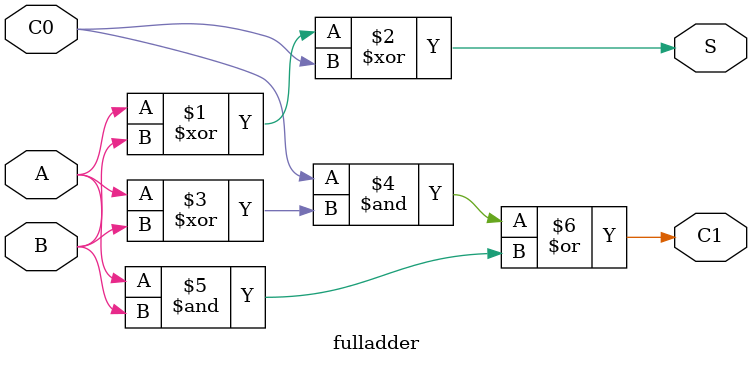
<source format=v>
`timescale 1ns / 1ps
module wallace4bit(
    input [3:0] A, 
	 input [3:0] B,
    output [7:0] product
    );
	 
	 wire [6:0] p0, p1, p2, p3;
	 wire int2_1, int2_2, int3_1, int3_2, int3_3, int3_4, int4_1, int4_2, int4_3, int4_4, int4_5, int5_1, int5_2, int5_3, int5_4, int6_1, int6_2;

	 assign p0 = A&{4{B[0]}};
	 assign p1 = A&{4{B[1]}};
	 assign p2 = A&{4{B[2]}};
	 assign p3 = A&{4{B[3]}};
	 
	 assign product[0] = p0[0];
	 
	 halfadder H1(p0[1], p1[0], product[1], int2_1);
	 fulladder F1(p0[2], p1[1], p2[0], int2_2, int3_1);
	 halfadder H2(int2_1, int2_2, product[2], int3_2);
	 fulladder F2(p0[3], p1[2], p2[1], int3_3, int4_1);
	 fulladder F3(p3[0], int3_1, int3_2, int3_4, int4_2);
	 halfadder H3(int3_3, int3_4, product[3], int4_3);
	 fulladder F4(p1[3], p2[2], p3[1], int4_4, int5_1);
	 fulladder F5(int4_1, int4_2, int4_3, int4_5, int5_2);
	 halfadder H4(int4_4, int4_5, product[4], int5_3);
	 fulladder F6(p2[3], p3[2], int5_1, int5_4, int6_1);
	 fulladder F7(int5_2, int5_3, int5_4, product[5], int6_2);
	 fulladder F8(p3[3], int6_1, int6_2, product[6], product[7]);
	 
	 


endmodule

module halfadder(
	input A,
	input B,
	output S,
	output C
	);
	
	assign S = A^B;
	assign C = A&B;
	
endmodule

module fulladder(
	input A,
	input B,
	input C0,
	output S,
	output C1
	);
	
	assign S = A^B^C0;
	assign C1 = (C0&(A^B))|(A&B);
endmodule

</source>
